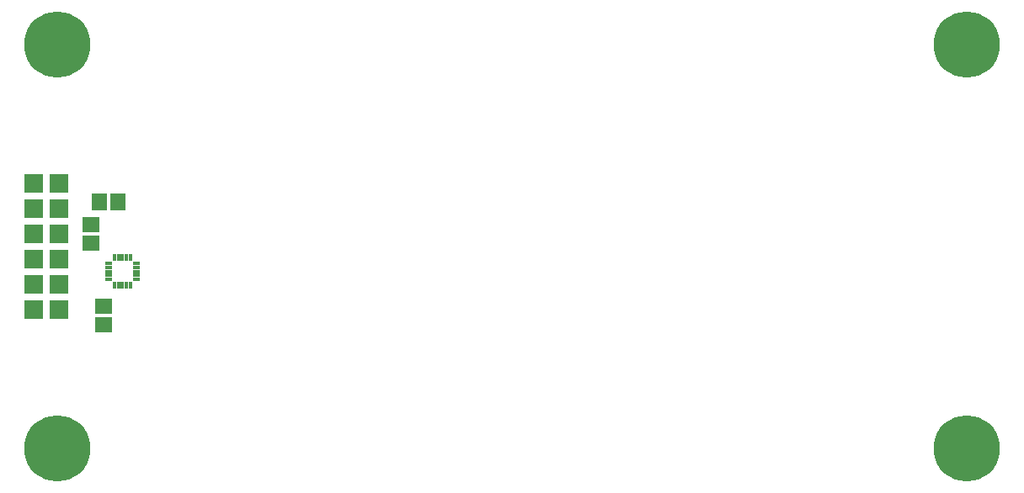
<source format=gbr>
G75*
G70*
%OFA0B0*%
%FSLAX24Y24*%
%IPPOS*%
%LPD*%
%AMOC8*
5,1,8,0,0,1.08239X$1,22.5*
%
%ADD10R,0.0159X0.0316*%
%ADD11R,0.0316X0.0159*%
%ADD12R,0.0671X0.0592*%
%ADD13R,0.0592X0.0671*%
%ADD14R,0.0730X0.0730*%
%ADD15C,0.2620*%
D10*
X004085Y008599D03*
X004243Y008599D03*
X004400Y008599D03*
X004557Y008599D03*
X004715Y008599D03*
X004715Y009701D03*
X004557Y009701D03*
X004400Y009701D03*
X004243Y009701D03*
X004085Y009701D03*
D11*
X003849Y009465D03*
X003849Y009307D03*
X003849Y009150D03*
X003849Y008993D03*
X003849Y008835D03*
X004951Y008835D03*
X004951Y008993D03*
X004951Y009150D03*
X004951Y009307D03*
X004951Y009465D03*
D12*
X003150Y010276D03*
X003150Y011024D03*
X003650Y007774D03*
X003650Y007026D03*
D13*
X003476Y011900D03*
X004224Y011900D03*
D14*
X001900Y011650D03*
X000900Y011650D03*
X000900Y010650D03*
X001900Y010650D03*
X001900Y009650D03*
X000900Y009650D03*
X000900Y008650D03*
X001900Y008650D03*
X001900Y007650D03*
X000900Y007650D03*
X000900Y012650D03*
X001900Y012650D03*
D15*
X001835Y002150D03*
X001835Y018150D03*
X037835Y018150D03*
X037835Y002150D03*
M02*

</source>
